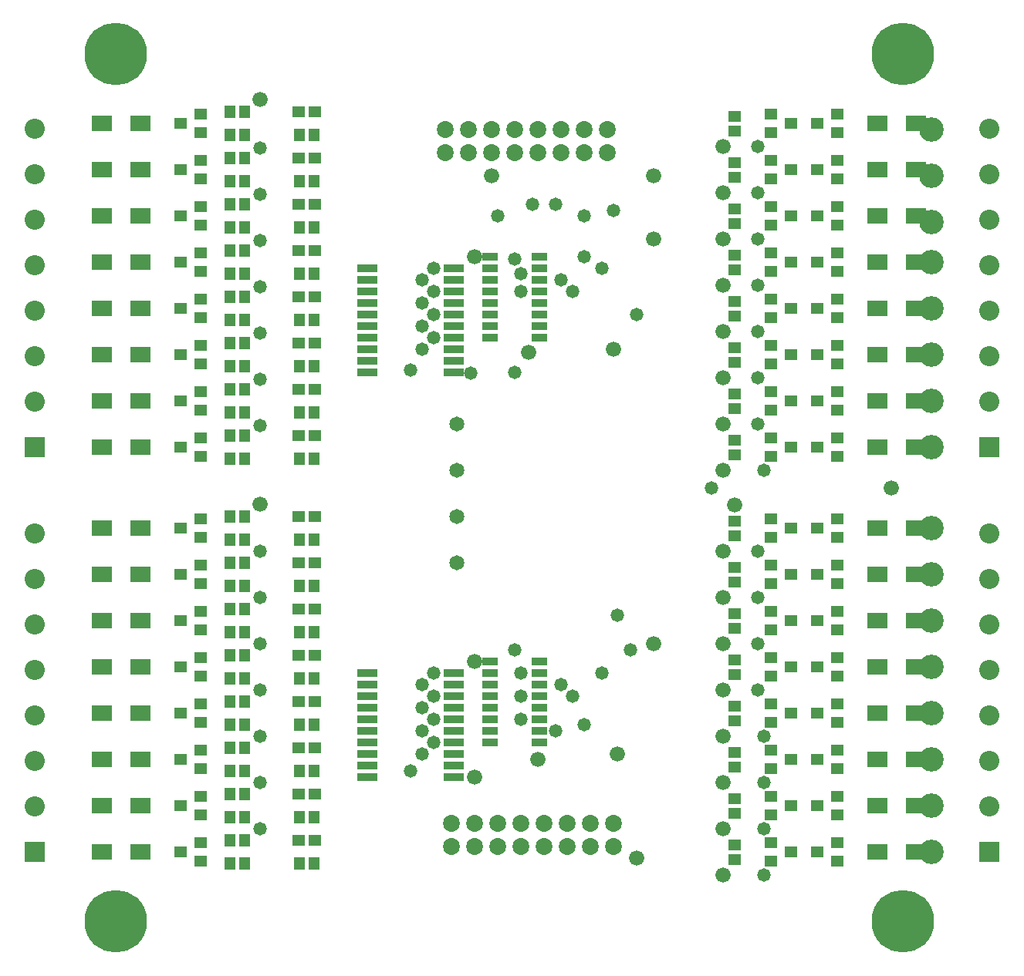
<source format=gbr>
G04 Easy-PC Gerber Version 25.0 Build 5877*
G04 #@! TF.Part,Single*
G04 #@! TF.FileFunction,Soldermask,Bot*
G04 #@! TF.FilePolarity,Negative*
%FSLAX35Y35*%
%MOIN*%
G04 #@! TA.AperFunction,SMDPad,CuDef*
%ADD80R,0.05000X0.05400*%
G04 #@! TA.AperFunction,ComponentPad*
%ADD81R,0.08677X0.08677*%
G04 #@! TA.AperFunction,ViaPad*
%ADD10C,0.05800*%
G04 #@! TA.AperFunction,ComponentPad*
%ADD112C,0.06500*%
G04 #@! TA.AperFunction,ViaPad*
%ADD11C,0.06600*%
G04 #@! TA.AperFunction,SMDPad,CuDef*
%ADD110R,0.07102X0.03756*%
%ADD92R,0.08677X0.03756*%
G04 #@! TA.AperFunction,ComponentPad*
%ADD83C,0.07319*%
G04 #@! TA.AperFunction,SMDPad,CuDef*
%ADD95R,0.05291X0.04937*%
%ADD93R,0.05400X0.05000*%
%ADD79R,0.05800X0.05000*%
G04 #@! TA.AperFunction,ComponentPad*
%ADD82C,0.08677*%
G04 #@! TA.AperFunction,SMDPad,CuDef*
%ADD94R,0.08874X0.07102*%
G04 #@! TA.AperFunction,WasherPad*
%ADD109C,0.10600*%
%ADD108C,0.27000*%
G04 #@! TD.AperFunction*
X0Y0D02*
D02*
D10*
X152750Y60250D03*
Y80250D03*
Y100250D03*
Y120250D03*
Y140250D03*
Y160250D03*
Y180250D03*
Y234750D03*
Y254750D03*
Y274750D03*
Y294750D03*
Y314750D03*
Y334750D03*
Y354750D03*
X217750Y85250D03*
Y258750D03*
X222750Y92750D03*
Y102750D03*
Y112750D03*
Y122750D03*
Y267750D03*
Y277750D03*
Y287750D03*
Y297750D03*
X227750Y97750D03*
Y107750D03*
Y117750D03*
Y127750D03*
Y272750D03*
Y282750D03*
Y292750D03*
Y302750D03*
X243750Y257250D03*
X255250Y325250D03*
X262750Y137750D03*
Y257750D03*
Y306750D03*
X265250Y107750D03*
Y117750D03*
Y127750D03*
Y292750D03*
Y300250D03*
X270250Y330250D03*
X280250Y102750D03*
Y330250D03*
X282750Y122750D03*
Y297750D03*
X287750Y117750D03*
Y292750D03*
X292750Y105250D03*
Y307750D03*
Y325250D03*
X300250Y127750D03*
Y302750D03*
X305250Y327750D03*
X307022Y152750D03*
X312750Y137750D03*
X315250Y282750D03*
X347750Y207750D03*
X367750Y120250D03*
Y140250D03*
Y160250D03*
Y180250D03*
Y235250D03*
Y255250D03*
Y275250D03*
Y295250D03*
Y315250D03*
Y335250D03*
Y355250D03*
X370250Y40250D03*
Y60250D03*
Y80250D03*
Y100250D03*
Y215250D03*
D02*
D11*
X152750Y200750D03*
Y375750D03*
X245250Y82750D03*
Y132750D03*
Y307750D03*
X252750Y342750D03*
X268750Y266250D03*
X272750Y90250D03*
X305250Y267750D03*
X307022Y92750D03*
X315250Y47750D03*
X322750Y140250D03*
Y315250D03*
Y342750D03*
X352750Y40250D03*
Y60250D03*
Y80250D03*
Y100250D03*
Y120250D03*
Y140250D03*
Y160250D03*
Y180250D03*
Y215250D03*
Y235250D03*
Y255250D03*
Y275250D03*
Y295250D03*
Y315250D03*
Y335250D03*
Y355250D03*
X357750Y200250D03*
X425250Y207750D03*
D02*
D79*
X118350Y50250D03*
Y70250D03*
Y90250D03*
Y110250D03*
Y130250D03*
Y150250D03*
Y170250D03*
Y190250D03*
Y225250D03*
Y245250D03*
Y265250D03*
Y285250D03*
Y305250D03*
Y325250D03*
Y345250D03*
Y365250D03*
X127050Y46250D03*
Y54250D03*
Y66250D03*
Y74250D03*
Y86250D03*
Y94250D03*
Y106250D03*
Y114250D03*
Y126250D03*
Y134250D03*
Y146250D03*
Y154250D03*
Y166250D03*
Y174250D03*
Y186250D03*
Y194250D03*
Y221250D03*
Y229250D03*
Y241250D03*
Y249250D03*
Y261250D03*
Y269250D03*
Y281250D03*
Y289250D03*
Y301250D03*
Y309250D03*
Y321250D03*
Y329250D03*
Y341250D03*
Y349250D03*
Y361250D03*
Y369250D03*
X373450Y46250D03*
Y54250D03*
Y66250D03*
Y74250D03*
Y86250D03*
Y94250D03*
Y106250D03*
Y114250D03*
Y126250D03*
Y134250D03*
Y146250D03*
Y154250D03*
Y166250D03*
Y174250D03*
Y186250D03*
Y194250D03*
Y221250D03*
Y229250D03*
Y241250D03*
Y249250D03*
Y261250D03*
Y269250D03*
Y281250D03*
Y289250D03*
Y301250D03*
Y309250D03*
Y321250D03*
Y329250D03*
Y341250D03*
Y349250D03*
Y361250D03*
Y369250D03*
X382150Y50250D03*
Y70250D03*
Y90250D03*
Y110250D03*
Y130250D03*
Y150250D03*
Y170250D03*
Y190250D03*
Y225250D03*
Y245250D03*
Y265250D03*
Y285250D03*
Y305250D03*
Y325250D03*
Y345250D03*
Y365250D03*
X393350Y50250D03*
Y70250D03*
Y90250D03*
Y110250D03*
Y130250D03*
Y150250D03*
Y170250D03*
Y190250D03*
Y225250D03*
Y245250D03*
Y265250D03*
Y285250D03*
Y305250D03*
Y325250D03*
Y345250D03*
Y365250D03*
X402050Y46250D03*
Y54250D03*
Y66250D03*
Y74250D03*
Y86250D03*
Y94250D03*
Y106250D03*
Y114250D03*
Y126250D03*
Y134250D03*
Y146250D03*
Y154250D03*
Y166250D03*
Y174250D03*
Y186250D03*
Y194250D03*
Y221250D03*
Y229250D03*
Y241250D03*
Y249250D03*
Y261250D03*
Y269250D03*
Y281250D03*
Y289250D03*
Y301250D03*
Y309250D03*
Y321250D03*
Y329250D03*
Y341250D03*
Y349250D03*
Y361250D03*
Y369250D03*
D02*
D80*
X139600Y45250D03*
Y55250D03*
Y65250D03*
Y75250D03*
Y85250D03*
Y95250D03*
Y105250D03*
Y115250D03*
Y125250D03*
Y135250D03*
Y145250D03*
Y155250D03*
Y165250D03*
Y175250D03*
Y185250D03*
Y195250D03*
Y220250D03*
Y230250D03*
Y240250D03*
Y250250D03*
Y260250D03*
Y270250D03*
Y280250D03*
Y290250D03*
Y300250D03*
Y310250D03*
Y320250D03*
Y330250D03*
Y340250D03*
Y350250D03*
Y360250D03*
Y370250D03*
X145900Y45250D03*
Y55250D03*
Y65250D03*
Y75250D03*
Y85250D03*
Y95250D03*
Y105250D03*
Y115250D03*
Y125250D03*
Y135250D03*
Y145250D03*
Y155250D03*
Y165250D03*
Y175250D03*
Y185250D03*
Y195250D03*
Y220250D03*
Y230250D03*
Y240250D03*
Y250250D03*
Y260250D03*
Y270250D03*
Y280250D03*
Y290250D03*
Y300250D03*
Y310250D03*
Y320250D03*
Y330250D03*
Y340250D03*
Y350250D03*
Y360250D03*
Y370250D03*
X169600Y45250D03*
Y65250D03*
Y85250D03*
Y105250D03*
Y125250D03*
Y145250D03*
Y165250D03*
Y185250D03*
Y220250D03*
Y240250D03*
Y260250D03*
Y280250D03*
Y300250D03*
Y320250D03*
Y340250D03*
Y360250D03*
X175900Y45250D03*
Y65250D03*
Y85250D03*
Y105250D03*
Y125250D03*
Y145250D03*
Y165250D03*
Y185250D03*
Y220250D03*
Y240250D03*
Y260250D03*
Y280250D03*
Y300250D03*
Y320250D03*
Y340250D03*
Y360250D03*
D02*
D81*
X55250Y50250D03*
Y225250D03*
X467750Y50250D03*
Y225250D03*
D02*
D82*
X55250Y69935D03*
Y89620D03*
Y109305D03*
Y128990D03*
Y148675D03*
Y168360D03*
Y188045D03*
Y244935D03*
Y264620D03*
Y284305D03*
Y303990D03*
Y323675D03*
Y343360D03*
Y363045D03*
X467750Y69935D03*
Y89620D03*
Y109305D03*
Y128990D03*
Y148675D03*
Y168360D03*
Y188045D03*
Y244935D03*
Y264620D03*
Y284305D03*
Y303990D03*
Y323675D03*
Y343360D03*
Y363045D03*
D02*
D83*
X232750Y352750D03*
Y362750D03*
X235250Y52750D03*
Y62750D03*
X242750Y352750D03*
Y362750D03*
X245250Y52750D03*
Y62750D03*
X252750Y352750D03*
Y362750D03*
X255250Y52750D03*
Y62750D03*
X262750Y352750D03*
Y362750D03*
X265250Y52750D03*
Y62750D03*
X272750Y352750D03*
Y362750D03*
X275250Y52750D03*
Y62750D03*
X282750Y352750D03*
Y362750D03*
X285250Y52750D03*
Y62750D03*
X292750Y352750D03*
Y362750D03*
X295250Y52750D03*
Y62750D03*
X302750Y352750D03*
Y362750D03*
X305250Y52750D03*
Y62750D03*
D02*
D92*
X199148Y82750D03*
Y87750D03*
Y92750D03*
Y97750D03*
Y102750D03*
Y107750D03*
Y112750D03*
Y117750D03*
Y122750D03*
Y127750D03*
Y257750D03*
Y262750D03*
Y267750D03*
Y272750D03*
Y277750D03*
Y282750D03*
Y287750D03*
Y292750D03*
Y297750D03*
Y302750D03*
X236352Y82750D03*
Y87750D03*
Y92750D03*
Y97750D03*
Y102750D03*
Y107750D03*
Y112750D03*
Y117750D03*
Y122750D03*
Y127750D03*
Y257750D03*
Y262750D03*
Y267750D03*
Y272750D03*
Y277750D03*
Y282750D03*
Y287750D03*
Y292750D03*
Y297750D03*
Y302750D03*
D02*
D93*
X357750Y47100D03*
Y53400D03*
Y67100D03*
Y73400D03*
Y87100D03*
Y93400D03*
Y107100D03*
Y113400D03*
Y127100D03*
Y133400D03*
Y147100D03*
Y153400D03*
Y167100D03*
Y173400D03*
Y187100D03*
Y193400D03*
Y222100D03*
Y228400D03*
Y242100D03*
Y248400D03*
Y262100D03*
Y268400D03*
Y282100D03*
Y288400D03*
Y302100D03*
Y308400D03*
Y322100D03*
Y328400D03*
Y342100D03*
Y348400D03*
Y362100D03*
Y368400D03*
D02*
D94*
X84482Y50250D03*
Y70250D03*
Y90250D03*
Y110250D03*
Y130250D03*
Y150250D03*
Y170250D03*
Y190250D03*
Y225250D03*
Y245250D03*
Y265250D03*
Y285250D03*
Y305250D03*
Y325250D03*
Y345250D03*
Y365250D03*
X101018Y50250D03*
Y70250D03*
Y90250D03*
Y110250D03*
Y130250D03*
Y150250D03*
Y170250D03*
Y190250D03*
Y225250D03*
Y245250D03*
Y265250D03*
Y285250D03*
Y305250D03*
Y325250D03*
Y345250D03*
Y365250D03*
X419482Y50250D03*
Y70250D03*
Y90250D03*
Y110250D03*
Y130250D03*
Y150250D03*
Y170250D03*
Y190250D03*
Y225250D03*
Y245250D03*
Y265250D03*
Y285250D03*
Y305250D03*
Y325250D03*
Y345250D03*
Y365250D03*
X436018Y50250D03*
Y70250D03*
Y90250D03*
Y110250D03*
Y130250D03*
Y150250D03*
Y170250D03*
Y190250D03*
Y225250D03*
Y245250D03*
Y265250D03*
Y285250D03*
Y305250D03*
Y325250D03*
Y345250D03*
Y365250D03*
D02*
D95*
X169250Y55250D03*
Y75250D03*
Y95250D03*
Y115250D03*
Y135250D03*
Y155250D03*
Y175250D03*
Y195250D03*
Y230250D03*
Y250250D03*
Y270250D03*
Y290250D03*
Y310250D03*
Y330250D03*
Y350250D03*
Y370250D03*
X176250Y55250D03*
Y75250D03*
Y95250D03*
Y115250D03*
Y135250D03*
Y155250D03*
Y175250D03*
Y195250D03*
Y230250D03*
Y250250D03*
Y270250D03*
Y290250D03*
Y310250D03*
Y330250D03*
Y350250D03*
Y370250D03*
D02*
D108*
X90250Y20250D03*
Y395250D03*
X430250Y20250D03*
Y395250D03*
D02*
D109*
X442750Y50250D03*
Y70250D03*
Y90250D03*
Y110250D03*
Y130250D03*
Y150250D03*
Y170250D03*
Y190250D03*
Y225250D03*
Y245250D03*
Y265250D03*
Y285250D03*
Y305250D03*
Y322750D03*
Y342750D03*
Y362750D03*
D02*
D110*
X252022Y97750D03*
Y102750D03*
Y107750D03*
Y112750D03*
Y117750D03*
Y122750D03*
Y127750D03*
Y132750D03*
Y272750D03*
Y277750D03*
Y282750D03*
Y287750D03*
Y292750D03*
Y297750D03*
Y302750D03*
Y307750D03*
X273478Y97750D03*
Y102750D03*
Y107750D03*
Y112750D03*
Y117750D03*
Y122750D03*
Y127750D03*
Y132750D03*
Y272750D03*
Y277750D03*
Y282750D03*
Y287750D03*
Y292750D03*
Y297750D03*
Y302750D03*
Y307750D03*
D02*
D112*
X237750Y175250D03*
Y195250D03*
Y215250D03*
Y235250D03*
X0Y0D02*
M02*

</source>
